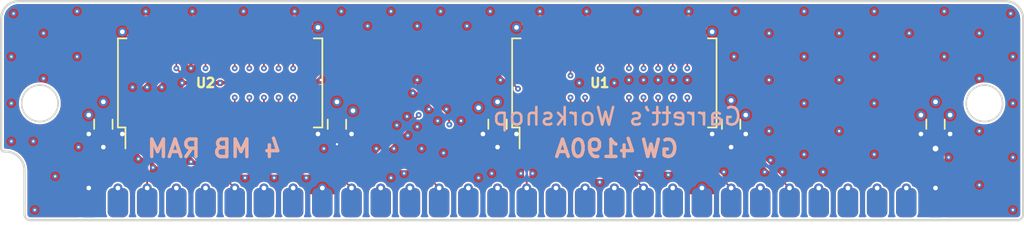
<source format=kicad_pcb>
(kicad_pcb (version 20171130) (host pcbnew "(5.1.5-0-10_14)")
  (layers (0 F.Cu signal) (1 In1.Cu power) (2 In2.Cu signal) (31 B.Cu power) (34 B.Paste user) (35 F.Paste user) (36 B.SilkS user) (37 F.SilkS user) (38 B.Mask user) (39 F.Mask user) (44 Edge.Cuts user))
  (net 0 "")
  (net 1 +5V)
  (net 2 /D0)
  (net 3 /D1)
  (net 4 /~WE~)
  (net 5 /~RAS~)
  (net 6 /~CAS~)
  (net 7 /D2)
  (net 8 /D3)
  (net 9 GND)
  (net 10 /D4)
  (net 11 /D5)
  (net 12 /D6)
  (net 13 /A11)
  (net 14 /D7)
  (net 15 /QP)
  (net 16 /~CASP~)
  (net 17 /DP)
  (net 18 /1A0)
  (net 19 /1A1)
  (net 20 /1A2)
  (net 21 /1A3)
  (net 22 /1A4)
  (net 23 /1A5)
  (net 24 /1A6)
  (net 25 /1A7)
  (net 26 /1A8)
  (net 27 /1A10)
  (net 28 /1A9)
  (module stdpads:SIMM-30_Edge (layer F.Cu) (at 120.65 99.822)
    (fp_text reference J1)
    (fp_text value DRAM-SIMM-30)
    (pad 1 smd roundrect (at -36.83 0.254) (size 1.778 2.54) (layers B.Cu B.Mask) (net 1 +5V))
    (pad 1 smd roundrect (at -36.83 0.254) (size 1.778 2.54) (layers F.Cu F.Mask) (net 1 +5V))
    (pad 2 smd roundrect (at -34.29 0.254) (size 1.778 2.54) (layers B.Cu B.Mask) (net 6 /~CAS~))
    (pad 3 smd roundrect (at -31.75 0.254) (size 1.778 2.54) (layers B.Cu B.Mask) (net 2 /D0))
    (pad 4 smd roundrect (at -29.21 0.254) (size 1.778 2.54) (layers B.Cu B.Mask) (net 22 /1A4))
    (pad 5 smd roundrect (at -26.67 0.254) (size 1.778 2.54) (layers B.Cu B.Mask) (net 21 /1A3))
    (pad 6 smd roundrect (at -24.13 0.254) (size 1.778 2.54) (layers B.Cu B.Mask) (net 3 /D1))
    (pad 7 smd roundrect (at -21.59 0.254) (size 1.778 2.54) (layers B.Cu B.Mask) (net 23 /1A5))
    (pad 8 smd roundrect (at -19.05 0.254) (size 1.778 2.54) (layers B.Cu B.Mask) (net 20 /1A2))
    (pad 9 smd roundrect (at -16.51 0.254) (size 1.778 2.54) (layers B.Cu B.Mask) (net 9 GND))
    (pad 10 smd roundrect (at -13.97 0.254) (size 1.778 2.54) (layers B.Cu B.Mask) (net 7 /D2))
    (pad 11 smd roundrect (at -11.43 0.254) (size 1.778 2.54) (layers B.Cu B.Mask) (net 24 /1A6))
    (pad 12 smd roundrect (at -8.89 0.254) (size 1.778 2.54) (layers B.Cu B.Mask) (net 19 /1A1))
    (pad 13 smd roundrect (at -6.35 0.254) (size 1.778 2.54) (layers B.Cu B.Mask) (net 8 /D3))
    (pad 14 smd roundrect (at -3.81 0.254) (size 1.778 2.54) (layers B.Cu B.Mask) (net 25 /1A7))
    (pad 15 smd roundrect (at -1.27 0.254) (size 1.778 2.54) (layers B.Cu B.Mask) (net 18 /1A0))
    (pad 16 smd roundrect (at 1.27 0.254) (size 1.778 2.54) (layers B.Cu B.Mask) (net 10 /D4))
    (pad 17 smd roundrect (at 3.81 0.254) (size 1.778 2.54) (layers B.Cu B.Mask) (net 26 /1A8))
    (pad 18 smd roundrect (at 6.35 0.254) (size 1.778 2.54) (layers B.Cu B.Mask) (net 27 /1A10))
    (pad 19 smd roundrect (at 8.89 0.254) (size 1.778 2.54) (layers B.Cu B.Mask) (net 28 /1A9))
    (pad 20 smd roundrect (at 11.43 0.254) (size 1.778 2.54) (layers B.Cu B.Mask) (net 11 /D5))
    (pad 21 smd roundrect (at 13.97 0.254) (size 1.778 2.54) (layers B.Cu B.Mask) (net 4 /~WE~))
    (pad 22 smd roundrect (at 16.51 0.254) (size 1.778 2.54) (layers B.Cu B.Mask) (net 9 GND))
    (pad 23 smd roundrect (at 19.05 0.254) (size 1.778 2.54) (layers B.Cu B.Mask) (net 12 /D6))
    (pad 24 smd roundrect (at 21.59 0.254) (size 1.778 2.54) (layers B.Cu B.Mask) (net 13 /A11))
    (pad 25 smd roundrect (at 24.13 0.254) (size 1.778 2.54) (layers B.Cu B.Mask) (net 14 /D7))
    (pad 26 smd roundrect (at 26.67 0.254) (size 1.778 2.54) (layers B.Cu B.Mask) (net 15 /QP))
    (pad 27 smd roundrect (at 29.21 0.254) (size 1.778 2.54) (layers B.Cu B.Mask) (net 5 /~RAS~))
    (pad 28 smd roundrect (at 31.75 0.254) (size 1.778 2.54) (layers B.Cu B.Mask) (net 16 /~CASP~))
    (pad 29 smd roundrect (at 34.29 0.254) (size 1.778 2.54) (layers B.Cu B.Mask) (net 17 /DP))
    (pad 30 smd roundrect (at 36.83 0.254) (size 1.778 2.54) (layers B.Cu B.Mask) (net 1 +5V))
    (pad 2 smd roundrect (at -34.29 0.254) (size 1.778 2.54) (layers F.Cu F.Mask) (net 6 /~CAS~))
    (pad 3 thru_hole circle (at -31.75 -1.016) (size 0.8 0.8) (drill 0.4) (layers *.Cu *.Mask) (net 2 /D0))
    (pad 11 smd roundrect (at -11.43 0.254) (size 1.778 2.54) (layers F.Cu F.Mask) (net 24 /1A6))
    (pad 5 smd roundrect (at -26.67 0.254) (size 1.778 2.54) (layers F.Cu F.Mask) (net 21 /1A3))
    (pad 12 smd roundrect (at -8.89 0.254) (size 1.778 2.54) (layers F.Cu F.Mask) (net 19 /1A1))
    (pad 26 smd roundrect (at 26.67 0.254) (size 1.778 2.54) (layers F.Cu F.Mask) (net 15 /QP))
    (pad 13 smd roundrect (at -6.35 0.254) (size 1.778 2.54) (layers F.Cu F.Mask) (net 8 /D3))
    (pad 14 smd roundrect (at -3.81 0.254) (size 1.778 2.54) (layers F.Cu F.Mask) (net 25 /1A7))
    (pad 4 smd roundrect (at -29.21 0.254) (size 1.778 2.54) (layers F.Cu F.Mask) (net 22 /1A4))
    (pad 29 smd roundrect (at 34.29 0.254) (size 1.778 2.54) (layers F.Cu F.Mask) (net 17 /DP))
    (pad 3 smd roundrect (at -31.75 0.254) (size 1.778 2.54) (layers F.Cu F.Mask) (net 2 /D0))
    (pad 24 smd roundrect (at 21.59 0.254) (size 1.778 2.54) (layers F.Cu F.Mask) (net 13 /A11))
    (pad 16 smd roundrect (at 1.27 0.254) (size 1.778 2.54) (layers F.Cu F.Mask) (net 10 /D4))
    (pad 20 smd roundrect (at 11.43 0.254) (size 1.778 2.54) (layers F.Cu F.Mask) (net 11 /D5))
    (pad 23 smd roundrect (at 19.05 0.254) (size 1.778 2.54) (layers F.Cu F.Mask) (net 12 /D6))
    (pad 9 smd roundrect (at -16.51 0.254) (size 1.778 2.54) (layers F.Cu F.Mask) (net 9 GND))
    (pad 18 smd roundrect (at 6.35 0.254) (size 1.778 2.54) (layers F.Cu F.Mask) (net 27 /1A10))
    (pad 21 smd roundrect (at 13.97 0.254) (size 1.778 2.54) (layers F.Cu F.Mask) (net 4 /~WE~))
    (pad 19 smd roundrect (at 8.89 0.254) (size 1.778 2.54) (layers F.Cu F.Mask) (net 28 /1A9))
    (pad 10 smd roundrect (at -13.97 0.254) (size 1.778 2.54) (layers F.Cu F.Mask) (net 7 /D2))
    (pad 22 smd roundrect (at 16.51 0.254) (size 1.778 2.54) (layers F.Cu F.Mask) (net 9 GND))
    (pad 6 smd roundrect (at -24.13 0.254) (size 1.778 2.54) (layers F.Cu F.Mask) (net 3 /D1))
    (pad 17 smd roundrect (at 3.81 0.254) (size 1.778 2.54) (layers F.Cu F.Mask) (net 26 /1A8))
    (pad 7 smd roundrect (at -21.59 0.254) (size 1.778 2.54) (layers F.Cu F.Mask) (net 23 /1A5))
    (pad 8 smd roundrect (at -19.05 0.254) (size 1.778 2.54) (layers F.Cu F.Mask) (net 20 /1A2))
    (pad 27 smd roundrect (at 29.21 0.254) (size 1.778 2.54) (layers F.Cu F.Mask) (net 5 /~RAS~))
    (pad 28 smd roundrect (at 31.75 0.254) (size 1.778 2.54) (layers F.Cu F.Mask) (net 16 /~CASP~))
    (pad 30 smd roundrect (at 36.83 0.254) (size 1.778 2.54) (layers F.Cu F.Mask) (net 1 +5V))
    (pad 15 smd roundrect (at -1.27 0.254) (size 1.778 2.54) (layers F.Cu F.Mask) (net 18 /1A0))
    (pad 25 smd roundrect (at 24.13 0.254) (size 1.778 2.54) (layers F.Cu F.Mask) (net 14 /D7))
    (pad 2 thru_hole circle (at -34.29 -1.016) (size 0.8 0.8) (drill 0.4) (layers *.Cu *.Mask) (net 6 /~CAS~))
    (pad 1 thru_hole circle (at -36.83 -1.016) (size 0.8 0.8) (drill 0.4) (layers *.Cu *.Mask) (net 1 +5V))
    (pad 5 thru_hole circle (at -26.67 -1.016) (size 0.8 0.8) (drill 0.4) (layers *.Cu *.Mask) (net 21 /1A3))
    (pad 4 thru_hole circle (at -29.21 -1.016) (size 0.8 0.8) (drill 0.4) (layers *.Cu *.Mask) (net 22 /1A4))
    (pad 6 thru_hole circle (at -24.13 -1.016) (size 0.8 0.8) (drill 0.4) (layers *.Cu *.Mask) (net 3 /D1))
    (pad 7 thru_hole circle (at -21.59 -1.016) (size 0.8 0.8) (drill 0.4) (layers *.Cu *.Mask) (net 23 /1A5))
    (pad 9 thru_hole circle (at -16.51 -1.016) (size 0.8 0.8) (drill 0.4) (layers *.Cu *.Mask) (net 9 GND))
    (pad 8 thru_hole circle (at -19.05 -1.016) (size 0.8 0.8) (drill 0.4) (layers *.Cu *.Mask) (net 20 /1A2))
    (pad 11 thru_hole circle (at -11.43 -1.016) (size 0.8 0.8) (drill 0.4) (layers *.Cu *.Mask) (net 24 /1A6))
    (pad 10 thru_hole circle (at -13.97 -1.016) (size 0.8 0.8) (drill 0.4) (layers *.Cu *.Mask) (net 7 /D2))
    (pad 12 thru_hole circle (at -8.89 -1.016) (size 0.8 0.8) (drill 0.4) (layers *.Cu *.Mask) (net 19 /1A1))
    (pad 14 thru_hole circle (at -3.81 -1.016) (size 0.8 0.8) (drill 0.4) (layers *.Cu *.Mask) (net 25 /1A7))
    (pad 13 thru_hole circle (at -6.35 -1.016) (size 0.8 0.8) (drill 0.4) (layers *.Cu *.Mask) (net 8 /D3))
    (pad 15 thru_hole circle (at -1.27 -1.016) (size 0.8 0.8) (drill 0.4) (layers *.Cu *.Mask) (net 18 /1A0))
    (pad 17 thru_hole circle (at 3.81 -1.016) (size 0.8 0.8) (drill 0.4) (layers *.Cu *.Mask) (net 26 /1A8))
    (pad 16 thru_hole circle (at 1.27 -1.016) (size 0.8 0.8) (drill 0.4) (layers *.Cu *.Mask) (net 10 /D4))
    (pad 18 thru_hole circle (at 6.35 -1.016) (size 0.8 0.8) (drill 0.4) (layers *.Cu *.Mask) (net 27 /1A10))
    (pad 27 thru_hole circle (at 29.21 -1.016) (size 0.8 0.8) (drill 0.4) (layers *.Cu *.Mask) (net 5 /~RAS~))
    (pad 26 thru_hole circle (at 26.67 -1.016) (size 0.8 0.8) (drill 0.4) (layers *.Cu *.Mask) (net 15 /QP))
    (pad 28 thru_hole circle (at 31.75 -1.016) (size 0.8 0.8) (drill 0.4) (layers *.Cu *.Mask) (net 16 /~CASP~))
    (pad 21 thru_hole circle (at 13.97 -1.016) (size 0.8 0.8) (drill 0.4) (layers *.Cu *.Mask) (net 4 /~WE~))
    (pad 20 thru_hole circle (at 11.43 -1.016) (size 0.8 0.8) (drill 0.4) (layers *.Cu *.Mask) (net 11 /D5))
    (pad 22 thru_hole circle (at 16.51 -1.016) (size 0.8 0.8) (drill 0.4) (layers *.Cu *.Mask) (net 9 GND))
    (pad 24 thru_hole circle (at 21.59 -1.016) (size 0.8 0.8) (drill 0.4) (layers *.Cu *.Mask) (net 13 /A11))
    (pad 23 thru_hole circle (at 19.05 -1.016) (size 0.8 0.8) (drill 0.4) (layers *.Cu *.Mask) (net 12 /D6))
    (pad 25 thru_hole circle (at 24.13 -1.016) (size 0.8 0.8) (drill 0.4) (layers *.Cu *.Mask) (net 14 /D7))
    (pad 19 thru_hole circle (at 8.89 -1.016) (size 0.8 0.8) (drill 0.4) (layers *.Cu *.Mask) (net 28 /1A9))
    (pad 29 thru_hole circle (at 34.29 -1.016) (size 0.8 0.8) (drill 0.4) (layers *.Cu *.Mask) (net 17 /DP))
    (pad 30 thru_hole circle (at 36.83 -1.016) (size 0.8 0.8) (drill 0.4) (layers *.Cu *.Mask) (net 1 +5V))
  )
  (module stdpads:SOP-24-26-300mil (layer F.Cu) (at 129.54 89.662 90)
    (fp_text reference U1)
    (fp_text value AS4C4M4)
    (fp_text user %R (at 0 -1.27) (layer F.SilkS) (effects (font (size 0.8128 0.8128) (thickness 0.2032))))
    (fp_line (start -3.875 -8.89) (end -3.875 -8.24) (layer F.SilkS) (width 0.1524))
    (fp_line (start 3.875 -8.89) (end 3.875 -8.145) (layer F.SilkS) (width 0.1524))
    (fp_line (start 3.875 8.89) (end 3.875 8.145) (layer F.SilkS) (width 0.1524))
    (fp_line (start -3.875 8.89) (end -3.875 8.145) (layer F.SilkS) (width 0.1524))
    (fp_line (start -3.875 -8.89) (end 3.875 -8.89) (layer F.SilkS) (width 0.1524))
    (fp_line (start -3.875 8.89) (end 3.875 8.89) (layer F.SilkS) (width 0.1524))
    (fp_line (start -3.875 -8.24) (end -5.7 -8.24) (layer F.SilkS) (width 0.1524))
    (pad 8 smd roundrect (at -3.7 1.27 90) (size 4 0.6) (layers F.Cu F.Mask) (net 27 /1A10))
    (pad 19 smd roundrect (at 3.7 1.27 90) (size 4 0.6) (layers F.Cu F.Mask) (net 26 /1A8))
    (pad 6 smd roundrect (at -3.7 -1.27 90) (size 4 0.6) (layers F.Cu F.Mask))
    (pad 21 smd roundrect (at 3.7 -1.27 90) (size 4 0.6) (layers F.Cu F.Mask) (net 28 /1A9))
    (pad 1 smd roundrect (at -3.7 -7.62 90) (size 4 0.6) (layers F.Cu F.Mask) (net 1 +5V))
    (pad 2 smd roundrect (at -3.7 -6.35 90) (size 4 0.6) (layers F.Cu F.Mask) (net 11 /D5))
    (pad 3 smd roundrect (at -3.7 -5.08 90) (size 4 0.6) (layers F.Cu F.Mask) (net 14 /D7))
    (pad 4 smd roundrect (at -3.7 -3.81 90) (size 4 0.6) (layers F.Cu F.Mask) (net 4 /~WE~))
    (pad 5 smd roundrect (at -3.7 -2.54 90) (size 4 0.6) (layers F.Cu F.Mask) (net 5 /~RAS~))
    (pad 9 smd roundrect (at -3.7 2.54 90) (size 4 0.6) (layers F.Cu F.Mask) (net 18 /1A0))
    (pad 10 smd roundrect (at -3.7 3.81 90) (size 4 0.6) (layers F.Cu F.Mask) (net 19 /1A1))
    (pad 11 smd roundrect (at -3.7 5.08 90) (size 4 0.6) (layers F.Cu F.Mask) (net 20 /1A2))
    (pad 12 smd roundrect (at -3.7 6.35 90) (size 4 0.6) (layers F.Cu F.Mask) (net 21 /1A3))
    (pad 13 smd roundrect (at -3.7 7.62 90) (size 4 0.6) (layers F.Cu F.Mask) (net 1 +5V))
    (pad 15 smd roundrect (at 3.7 6.35 90) (size 4 0.6) (layers F.Cu F.Mask) (net 22 /1A4))
    (pad 16 smd roundrect (at 3.7 5.08 90) (size 4 0.6) (layers F.Cu F.Mask) (net 23 /1A5))
    (pad 17 smd roundrect (at 3.7 3.81 90) (size 4 0.6) (layers F.Cu F.Mask) (net 24 /1A6))
    (pad 18 smd roundrect (at 3.7 2.54 90) (size 4 0.6) (layers F.Cu F.Mask) (net 25 /1A7))
    (pad 22 smd roundrect (at 3.7 -2.54 90) (size 4 0.6) (layers F.Cu F.Mask) (net 9 GND))
    (pad 23 smd roundrect (at 3.7 -3.81 90) (size 4 0.6) (layers F.Cu F.Mask) (net 6 /~CAS~))
    (pad 24 smd roundrect (at 3.7 -5.08 90) (size 4 0.6) (layers F.Cu F.Mask) (net 12 /D6))
    (pad 25 smd roundrect (at 3.7 -6.35 90) (size 4 0.6) (layers F.Cu F.Mask) (net 10 /D4))
    (pad 26 smd roundrect (at 3.7 -7.62 90) (size 4 0.6) (layers F.Cu F.Mask) (net 9 GND))
    (pad 14 smd roundrect (at 3.7 7.62 90) (size 4 0.6) (layers F.Cu F.Mask) (net 9 GND))
    (pad 1 smd roundrect (at -4.45 -7.62 90) (size 2.5 0.6) (layers F.Cu F.Paste F.Mask) (net 1 +5V))
    (pad 2 smd roundrect (at -4.45 -6.35 90) (size 2.5 0.6) (layers F.Cu F.Paste F.Mask) (net 11 /D5))
    (pad 3 smd roundrect (at -4.45 -5.08 90) (size 2.5 0.6) (layers F.Cu F.Paste F.Mask) (net 14 /D7))
    (pad 4 smd roundrect (at -4.45 -3.81 90) (size 2.5 0.6) (layers F.Cu F.Paste F.Mask) (net 4 /~WE~))
    (pad 5 smd roundrect (at -4.45 -2.54 90) (size 2.5 0.6) (layers F.Cu F.Paste F.Mask) (net 5 /~RAS~))
    (pad 6 smd roundrect (at -4.45 -1.27 90) (size 2.5 0.6) (layers F.Cu F.Paste F.Mask))
    (pad 8 smd roundrect (at -4.45 1.27 90) (size 2.5 0.6) (layers F.Cu F.Paste F.Mask) (net 27 /1A10))
    (pad 9 smd roundrect (at -4.45 2.54 90) (size 2.5 0.6) (layers F.Cu F.Paste F.Mask) (net 18 /1A0))
    (pad 10 smd roundrect (at -4.45 3.81 90) (size 2.5 0.6) (layers F.Cu F.Paste F.Mask) (net 19 /1A1))
    (pad 11 smd roundrect (at -4.45 5.08 90) (size 2.5 0.6) (layers F.Cu F.Paste F.Mask) (net 20 /1A2))
    (pad 12 smd roundrect (at -4.45 6.35 90) (size 2.5 0.6) (layers F.Cu F.Paste F.Mask) (net 21 /1A3))
    (pad 13 smd roundrect (at -4.45 7.62 90) (size 2.5 0.6) (layers F.Cu F.Paste F.Mask) (net 1 +5V))
    (pad 14 smd roundrect (at 4.45 7.62 90) (size 2.5 0.6) (layers F.Cu F.Paste F.Mask) (net 9 GND))
    (pad 15 smd roundrect (at 4.45 6.35 90) (size 2.5 0.6) (layers F.Cu F.Paste F.Mask) (net 22 /1A4))
    (pad 16 smd roundrect (at 4.45 5.08 90) (size 2.5 0.6) (layers F.Cu F.Paste F.Mask) (net 23 /1A5))
    (pad 17 smd roundrect (at 4.45 3.81 90) (size 2.5 0.6) (layers F.Cu F.Paste F.Mask) (net 24 /1A6))
    (pad 18 smd roundrect (at 4.45 2.54 90) (size 2.5 0.6) (layers F.Cu F.Paste F.Mask) (net 25 /1A7))
    (pad 19 smd roundrect (at 4.45 1.27 90) (size 2.5 0.6) (layers F.Cu F.Paste F.Mask) (net 26 /1A8))
    (pad 21 smd roundrect (at 4.45 -1.27 90) (size 2.5 0.6) (layers F.Cu F.Paste F.Mask) (net 28 /1A9))
    (pad 22 smd roundrect (at 4.45 -2.54 90) (size 2.5 0.6) (layers F.Cu F.Paste F.Mask) (net 9 GND))
    (pad 23 smd roundrect (at 4.45 -3.81 90) (size 2.5 0.6) (layers F.Cu F.Paste F.Mask) (net 6 /~CAS~))
    (pad 24 smd roundrect (at 4.45 -5.08 90) (size 2.5 0.6) (layers F.Cu F.Paste F.Mask) (net 12 /D6))
    (pad 25 smd roundrect (at 4.45 -6.35 90) (size 2.5 0.6) (layers F.Cu F.Paste F.Mask) (net 10 /D4))
    (pad 26 smd roundrect (at 4.45 -7.62 90) (size 2.5 0.6) (layers F.Cu F.Paste F.Mask) (net 9 GND))
  )
  (module stdpads:SOP-24-26-300mil (layer F.Cu) (at 95.25 89.662 90)
    (fp_text reference U2)
    (fp_text value AS4C4M4)
    (fp_text user %R (at 0 -1.27) (layer F.SilkS) (effects (font (size 0.8128 0.8128) (thickness 0.2032))))
    (fp_line (start -3.875 -8.89) (end -3.875 -8.24) (layer F.SilkS) (width 0.1524))
    (fp_line (start 3.875 -8.89) (end 3.875 -8.145) (layer F.SilkS) (width 0.1524))
    (fp_line (start 3.875 8.89) (end 3.875 8.145) (layer F.SilkS) (width 0.1524))
    (fp_line (start -3.875 8.89) (end -3.875 8.145) (layer F.SilkS) (width 0.1524))
    (fp_line (start -3.875 -8.89) (end 3.875 -8.89) (layer F.SilkS) (width 0.1524))
    (fp_line (start -3.875 8.89) (end 3.875 8.89) (layer F.SilkS) (width 0.1524))
    (fp_line (start -3.875 -8.24) (end -5.7 -8.24) (layer F.SilkS) (width 0.1524))
    (pad 8 smd roundrect (at -3.7 1.27 90) (size 4 0.6) (layers F.Cu F.Mask) (net 21 /1A3))
    (pad 19 smd roundrect (at 3.7 1.27 90) (size 4 0.6) (layers F.Cu F.Mask) (net 23 /1A5))
    (pad 6 smd roundrect (at -3.7 -1.27 90) (size 4 0.6) (layers F.Cu F.Mask))
    (pad 21 smd roundrect (at 3.7 -1.27 90) (size 4 0.6) (layers F.Cu F.Mask) (net 22 /1A4))
    (pad 1 smd roundrect (at -3.7 -7.62 90) (size 4 0.6) (layers F.Cu F.Mask) (net 1 +5V))
    (pad 2 smd roundrect (at -3.7 -6.35 90) (size 4 0.6) (layers F.Cu F.Mask) (net 3 /D1))
    (pad 3 smd roundrect (at -3.7 -5.08 90) (size 4 0.6) (layers F.Cu F.Mask) (net 8 /D3))
    (pad 4 smd roundrect (at -3.7 -3.81 90) (size 4 0.6) (layers F.Cu F.Mask) (net 4 /~WE~))
    (pad 5 smd roundrect (at -3.7 -2.54 90) (size 4 0.6) (layers F.Cu F.Mask) (net 5 /~RAS~))
    (pad 9 smd roundrect (at -3.7 2.54 90) (size 4 0.6) (layers F.Cu F.Mask) (net 20 /1A2))
    (pad 10 smd roundrect (at -3.7 3.81 90) (size 4 0.6) (layers F.Cu F.Mask) (net 19 /1A1))
    (pad 11 smd roundrect (at -3.7 5.08 90) (size 4 0.6) (layers F.Cu F.Mask) (net 18 /1A0))
    (pad 12 smd roundrect (at -3.7 6.35 90) (size 4 0.6) (layers F.Cu F.Mask) (net 27 /1A10))
    (pad 13 smd roundrect (at -3.7 7.62 90) (size 4 0.6) (layers F.Cu F.Mask) (net 1 +5V))
    (pad 15 smd roundrect (at 3.7 6.35 90) (size 4 0.6) (layers F.Cu F.Mask) (net 28 /1A9))
    (pad 16 smd roundrect (at 3.7 5.08 90) (size 4 0.6) (layers F.Cu F.Mask) (net 26 /1A8))
    (pad 17 smd roundrect (at 3.7 3.81 90) (size 4 0.6) (layers F.Cu F.Mask) (net 25 /1A7))
    (pad 18 smd roundrect (at 3.7 2.54 90) (size 4 0.6) (layers F.Cu F.Mask) (net 24 /1A6))
    (pad 22 smd roundrect (at 3.7 -2.54 90) (size 4 0.6) (layers F.Cu F.Mask) (net 9 GND))
    (pad 23 smd roundrect (at 3.7 -3.81 90) (size 4 0.6) (layers F.Cu F.Mask) (net 6 /~CAS~))
    (pad 24 smd roundrect (at 3.7 -5.08 90) (size 4 0.6) (layers F.Cu F.Mask) (net 7 /D2))
    (pad 25 smd roundrect (at 3.7 -6.35 90) (size 4 0.6) (layers F.Cu F.Mask) (net 2 /D0))
    (pad 26 smd roundrect (at 3.7 -7.62 90) (size 4 0.6) (layers F.Cu F.Mask) (net 9 GND))
    (pad 14 smd roundrect (at 3.7 7.62 90) (size 4 0.6) (layers F.Cu F.Mask) (net 9 GND))
    (pad 1 smd roundrect (at -4.45 -7.62 90) (size 2.5 0.6) (layers F.Cu F.Paste F.Mask) (net 1 +5V))
    (pad 2 smd roundrect (at -4.45 -6.35 90) (size 2.5 0.6) (layers F.Cu F.Paste F.Mask) (net 3 /D1))
    (pad 3 smd roundrect (at -4.45 -5.08 90) (size 2.5 0.6) (layers F.Cu F.Paste F.Mask) (net 8 /D3))
    (pad 4 smd roundrect (at -4.45 -3.81 90) (size 2.5 0.6) (layers F.Cu F.Paste F.Mask) (net 4 /~WE~))
    (pad 5 smd roundrect (at -4.45 -2.54 90) (size 2.5 0.6) (layers F.Cu F.Paste F.Mask) (net 5 /~RAS~))
    (pad 6 smd roundrect (at -4.45 -1.27 90) (size 2.5 0.6) (layers F.Cu F.Paste F.Mask))
    (pad 8 smd roundrect (at -4.45 1.27 90) (size 2.5 0.6) (layers F.Cu F.Paste F.Mask) (net 21 /1A3))
    (pad 9 smd roundrect (at -4.45 2.54 90) (size 2.5 0.6) (layers F.Cu F.Paste F.Mask) (net 20 /1A2))
    (pad 10 smd roundrect (at -4.45 3.81 90) (size 2.5 0.6) (layers F.Cu F.Paste F.Mask) (net 19 /1A1))
    (pad 11 smd roundrect (at -4.45 5.08 90) (size 2.5 0.6) (layers F.Cu F.Paste F.Mask) (net 18 /1A0))
    (pad 12 smd roundrect (at -4.45 6.35 90) (size 2.5 0.6) (layers F.Cu F.Paste F.Mask) (net 27 /1A10))
    (pad 13 smd roundrect (at -4.45 7.62 90) (size 2.5 0.6) (layers F.Cu F.Paste F.Mask) (net 1 +5V))
    (pad 14 smd roundrect (at 4.45 7.62 90) (size 2.5 0.6) (layers F.Cu F.Paste F.Mask) (net 9 GND))
    (pad 15 smd roundrect (at 4.45 6.35 90) (size 2.5 0.6) (layers F.Cu F.Paste F.Mask) (net 28 /1A9))
    (pad 16 smd roundrect (at 4.45 5.08 90) (size 2.5 0.6) (layers F.Cu F.Paste F.Mask) (net 26 /1A8))
    (pad 17 smd roundrect (at 4.45 3.81 90) (size 2.5 0.6) (layers F.Cu F.Paste F.Mask) (net 25 /1A7))
    (pad 18 smd roundrect (at 4.45 2.54 90) (size 2.5 0.6) (layers F.Cu F.Paste F.Mask) (net 24 /1A6))
    (pad 19 smd roundrect (at 4.45 1.27 90) (size 2.5 0.6) (layers F.Cu F.Paste F.Mask) (net 23 /1A5))
    (pad 21 smd roundrect (at 4.45 -1.27 90) (size 2.5 0.6) (layers F.Cu F.Paste F.Mask) (net 22 /1A4))
    (pad 22 smd roundrect (at 4.45 -2.54 90) (size 2.5 0.6) (layers F.Cu F.Paste F.Mask) (net 9 GND))
    (pad 23 smd roundrect (at 4.45 -3.81 90) (size 2.5 0.6) (layers F.Cu F.Paste F.Mask) (net 6 /~CAS~))
    (pad 24 smd roundrect (at 4.45 -5.08 90) (size 2.5 0.6) (layers F.Cu F.Paste F.Mask) (net 7 /D2))
    (pad 25 smd roundrect (at 4.45 -6.35 90) (size 2.5 0.6) (layers F.Cu F.Paste F.Mask) (net 2 /D0))
    (pad 26 smd roundrect (at 4.45 -7.62 90) (size 2.5 0.6) (layers F.Cu F.Paste F.Mask) (net 9 GND))
  )
  (module stdpads:C_0805 (layer F.Cu) (at 85.09 93.257 90)
    (fp_text reference C1 hide)
    (fp_text value 100n hide)
    (fp_line (start -0.4064 -0.8) (end 0.4064 -0.8) (layer F.SilkS) (width 0.1524))
    (fp_line (start -0.4064 0.8) (end 0.4064 0.8) (layer F.SilkS) (width 0.1524))
    (pad 1 smd roundrect (at -0.85 0 90) (size 1.05 1.4) (layers F.Cu F.Paste F.Mask) (net 1 +5V))
    (pad 2 smd roundrect (at 0.85 0 90) (size 1.05 1.4) (layers F.Cu F.Paste F.Mask) (net 9 GND))
  )
  (module stdpads:C_0805 (layer F.Cu) (at 105.41 93.257 90)
    (fp_text reference C2 hide)
    (fp_text value 100n hide)
    (fp_line (start -0.4064 0.8) (end 0.4064 0.8) (layer F.SilkS) (width 0.1524))
    (fp_line (start -0.4064 -0.8) (end 0.4064 -0.8) (layer F.SilkS) (width 0.1524))
    (pad 2 smd roundrect (at 0.85 0 90) (size 1.05 1.4) (layers F.Cu F.Paste F.Mask) (net 9 GND))
    (pad 1 smd roundrect (at -0.85 0 90) (size 1.05 1.4) (layers F.Cu F.Paste F.Mask) (net 1 +5V))
  )
  (module stdpads:C_0805 (layer F.Cu) (at 119.38 93.257 90)
    (fp_text reference C3 hide)
    (fp_text value 100n hide)
    (fp_line (start -0.4064 -0.8) (end 0.4064 -0.8) (layer F.SilkS) (width 0.1524))
    (fp_line (start -0.4064 0.8) (end 0.4064 0.8) (layer F.SilkS) (width 0.1524))
    (pad 1 smd roundrect (at -0.85 0 90) (size 1.05 1.4) (layers F.Cu F.Paste F.Mask) (net 1 +5V))
    (pad 2 smd roundrect (at 0.85 0 90) (size 1.05 1.4) (layers F.Cu F.Paste F.Mask) (net 9 GND))
  )
  (module stdpads:C_0805 (layer F.Cu) (at 157.48 93.257 90)
    (fp_text reference C5 hide)
    (fp_text value 100n hide)
    (fp_line (start -0.4064 -0.8) (end 0.4064 -0.8) (layer F.SilkS) (width 0.1524))
    (fp_line (start -0.4064 0.8) (end 0.4064 0.8) (layer F.SilkS) (width 0.1524))
    (pad 1 smd roundrect (at -0.85 0 90) (size 1.05 1.4) (layers F.Cu F.Paste F.Mask) (net 1 +5V))
    (pad 2 smd roundrect (at 0.85 0 90) (size 1.05 1.4) (layers F.Cu F.Paste F.Mask) (net 9 GND))
  )
  (module stdpads:C_0805 (layer F.Cu) (at 139.7 93.257 90)
    (fp_text reference C4 hide)
    (fp_text value 100n hide)
    (fp_line (start -0.4064 -0.8) (end 0.4064 -0.8) (layer F.SilkS) (width 0.1524))
    (fp_line (start -0.4064 0.8) (end 0.4064 0.8) (layer F.SilkS) (width 0.1524))
    (pad 1 smd roundrect (at -0.85 0 90) (size 1.05 1.4) (layers F.Cu F.Paste F.Mask) (net 1 +5V))
    (pad 2 smd roundrect (at 0.85 0 90) (size 1.05 1.4) (layers F.Cu F.Paste F.Mask) (net 9 GND))
  )
  (gr_arc (start 76.454 95.377) (end 76.2 95.377) (angle -90) (layer Edge.Cuts) (width 0.2))
  (gr_arc (start 78.74 101.092) (end 78.232 101.092) (angle -90) (layer Edge.Cuts) (width 0.2))
  (gr_arc (start 77.724 84.074) (end 77.724 82.55) (angle -90) (layer Edge.Cuts) (width 0.2))
  (gr_arc (start 163.576 84.074) (end 165.1 84.074) (angle -90) (layer Edge.Cuts) (width 0.2))
  (gr_arc (start 164.592 101.092) (end 164.592 101.6) (angle -90) (layer Edge.Cuts) (width 0.2))
  (gr_text 4190A (at 127.889 95.377) (layer B.SilkS) (effects (font (size 1.5 1.5) (thickness 0.3)) (justify mirror)))
  (gr_text GW (at 133.477 95.377) (layer B.SilkS) (effects (font (size 1.5 1.5) (thickness 0.3)) (justify mirror)))
  (gr_text "Garrett’s Workshop" (at 129.794 92.583) (layer B.SilkS) (effects (font (size 1.524 1.524) (thickness 0.225)) (justify mirror)))
  (gr_text "4 MB RAM" (at 94.742 95.377) (layer B.SilkS) (effects (font (size 1.524 1.524) (thickness 0.3)) (justify mirror)))
  (gr_line (start 76.581 95.631) (end 76.454 95.631) (layer Edge.Cuts) (width 0.2))
  (gr_line (start 78.232 101.092) (end 78.232 97.282) (layer Edge.Cuts) (width 0.2))
  (gr_circle (center 79.5655 91.44) (end 77.978 91.44) (layer Edge.Cuts) (width 0.15))
  (gr_circle (center 161.7345 91.44) (end 163.322 91.44) (layer Edge.Cuts) (width 0.15))
  (gr_line (start 76.2 95.377) (end 76.2 84.074) (layer Edge.Cuts) (width 0.2))
  (gr_arc (start 76.581 97.282) (end 78.232 97.282) (angle -90) (layer Edge.Cuts) (width 0.2))
  (gr_line (start 165.1 84.074) (end 165.1 101.092) (layer Edge.Cuts) (width 0.2))
  (gr_line (start 77.724 82.55) (end 163.576 82.55) (layer Edge.Cuts) (width 0.2))
  (gr_line (start 164.592 101.6) (end 78.74 101.6) (layer Edge.Cuts) (width 0.2))
  (via (at 86.741 94.107) (size 0.8) (drill 0.4) (layers F.Cu B.Cu) (net 1))
  (segment (start 87.625 94.107) (end 87.63 94.112) (width 0.508) (layer F.Cu) (net 1))
  (segment (start 86.741 94.107) (end 87.625 94.107) (width 0.508) (layer F.Cu) (net 1))
  (via (at 121.031 94.107) (size 0.8) (drill 0.4) (layers F.Cu B.Cu) (net 1))
  (via (at 138.049 94.107) (size 0.8) (drill 0.4) (layers F.Cu B.Cu) (net 1))
  (segment (start 102.875 94.107) (end 102.87 94.112) (width 0.508) (layer F.Cu) (net 1))
  (segment (start 121.915 94.107) (end 121.92 94.112) (width 0.508) (layer F.Cu) (net 1))
  (segment (start 121.031 94.107) (end 121.915 94.107) (width 0.508) (layer F.Cu) (net 1))
  (segment (start 137.165 94.107) (end 137.16 94.112) (width 0.508) (layer F.Cu) (net 1))
  (segment (start 138.049 94.107) (end 137.165 94.107) (width 0.508) (layer F.Cu) (net 1))
  (segment (start 85.09 94.107) (end 86.741 94.107) (width 0.762) (layer F.Cu) (net 1))
  (via (at 83.82 94.107) (size 0.8) (drill 0.4) (layers F.Cu B.Cu) (net 1))
  (segment (start 85.09 94.107) (end 83.82 94.107) (width 0.762) (layer F.Cu) (net 1))
  (via (at 85.09 95.25) (size 0.8) (drill 0.4) (layers F.Cu B.Cu) (net 1))
  (segment (start 85.09 94.107) (end 85.09 95.25) (width 0.762) (layer F.Cu) (net 1))
  (segment (start 103.759 94.107) (end 102.875 94.107) (width 0.508) (layer F.Cu) (net 1))
  (via (at 103.759 94.107) (size 0.8) (drill 0.4) (layers F.Cu B.Cu) (net 1))
  (via (at 106.68 94.107) (size 0.8) (drill 0.4) (layers F.Cu B.Cu) (net 1))
  (segment (start 105.41 94.107) (end 106.68 94.107) (width 0.762) (layer F.Cu) (net 1))
  (segment (start 105.41 94.107) (end 103.759 94.107) (width 0.762) (layer F.Cu) (net 1))
  (via (at 118.11 94.107) (size 0.8) (drill 0.4) (layers F.Cu B.Cu) (net 1))
  (segment (start 119.38 94.107) (end 118.11 94.107) (width 0.762) (layer F.Cu) (net 1))
  (segment (start 119.38 94.107) (end 121.031 94.107) (width 0.762) (layer F.Cu) (net 1))
  (via (at 119.38 95.25) (size 0.8) (drill 0.4) (layers F.Cu B.Cu) (net 1))
  (segment (start 119.38 94.107) (end 119.38 95.25) (width 0.762) (layer F.Cu) (net 1))
  (via (at 105.41 94.996) (size 0.508) (drill 0.2) (layers F.Cu B.Cu) (net 1))
  (segment (start 105.41 94.107) (end 105.41 94.996) (width 0.508) (layer F.Cu) (net 1))
  (segment (start 139.7 94.107) (end 138.049 94.107) (width 0.762) (layer F.Cu) (net 1))
  (via (at 139.7 95.25) (size 0.8) (drill 0.4) (layers F.Cu B.Cu) (net 1))
  (segment (start 139.7 94.107) (end 139.7 95.25) (width 0.762) (layer F.Cu) (net 1))
  (via (at 140.97 94.107) (size 0.8) (drill 0.4) (layers F.Cu B.Cu) (net 1))
  (segment (start 139.7 94.107) (end 140.97 94.107) (width 0.762) (layer F.Cu) (net 1))
  (segment (start 157.48 98.806) (end 157.48 95.377) (width 1.27) (layer F.Cu) (net 1))
  (segment (start 157.48 95.377) (end 157.48 94.107) (width 0.762) (layer F.Cu) (net 1))
  (via (at 156.21 94.107) (size 0.8) (drill 0.4) (layers F.Cu B.Cu) (net 1))
  (segment (start 157.48 94.107) (end 156.21 94.107) (width 0.8) (layer F.Cu) (net 1))
  (via (at 158.75 94.107) (size 0.8) (drill 0.4) (layers F.Cu B.Cu) (net 1))
  (segment (start 157.48 94.107) (end 158.75 94.107) (width 0.8) (layer F.Cu) (net 1))
  (via (at 157.48 95.377) (size 1) (drill 0.5) (layers F.Cu B.Cu) (net 1))
  (segment (start 88.9 89.281) (end 88.9 85.962) (width 0.1524) (layer F.Cu) (net 2))
  (segment (start 88.265 89.916) (end 88.9 89.281) (width 0.1524) (layer F.Cu) (net 2))
  (segment (start 88.9 98.806) (end 88.9 96.266) (width 0.1524) (layer F.Cu) (net 2))
  (segment (start 88.265 95.631) (end 88.265 89.916) (width 0.1524) (layer F.Cu) (net 2))
  (segment (start 88.9 96.266) (end 88.265 95.631) (width 0.1524) (layer F.Cu) (net 2))
  (segment (start 88.9 95.758) (end 88.9 94.112) (width 0.1524) (layer F.Cu) (net 3))
  (segment (start 95.504 97.79) (end 90.932 97.79) (width 0.1524) (layer F.Cu) (net 3))
  (segment (start 96.52 98.806) (end 95.504 97.79) (width 0.1524) (layer F.Cu) (net 3))
  (segment (start 90.932 97.79) (end 88.9 95.758) (width 0.1524) (layer F.Cu) (net 3))
  (segment (start 125.73 94.112) (end 125.73 90.932) (width 0.1524) (layer F.Cu) (net 4))
  (via (at 125.73 90.932) (size 0.508) (drill 0.2) (layers F.Cu B.Cu) (net 4))
  (via (at 115.189 93.2815) (size 0.508) (drill 0.2) (layers F.Cu B.Cu) (net 4))
  (segment (start 91.44 90.932) (end 91.44 94.112) (width 0.1524) (layer F.Cu) (net 4))
  (segment (start 92.329 90.043) (end 91.44 90.932) (width 0.1524) (layer F.Cu) (net 4))
  (segment (start 95.504 90.17) (end 94.996 90.17) (width 0.1524) (layer F.Cu) (net 4))
  (segment (start 94.869 90.043) (end 92.329 90.043) (width 0.1524) (layer F.Cu) (net 4))
  (segment (start 94.996 90.17) (end 94.869 90.043) (width 0.1524) (layer F.Cu) (net 4))
  (segment (start 112.2045 89.9795) (end 95.6945 89.9795) (width 0.1524) (layer F.Cu) (net 4))
  (segment (start 115.189 92.964) (end 112.2045 89.9795) (width 0.1524) (layer F.Cu) (net 4))
  (segment (start 95.6945 89.9795) (end 95.504 90.17) (width 0.1524) (layer F.Cu) (net 4))
  (segment (start 115.189 93.2815) (end 115.189 92.964) (width 0.1524) (layer F.Cu) (net 4))
  (via (at 127 90.932) (size 0.508) (drill 0.2) (layers F.Cu B.Cu) (net 5))
  (segment (start 127 94.112) (end 127 90.932) (width 0.1524) (layer F.Cu) (net 5))
  (via (at 112.522 92.456) (size 0.508) (drill 0.2) (layers F.Cu B.Cu) (net 5))
  (segment (start 92.71 95.758) (end 92.71 93.362) (width 0.1524) (layer F.Cu) (net 5))
  (segment (start 93.345 96.393) (end 92.71 95.758) (width 0.1524) (layer F.Cu) (net 5))
  (segment (start 108.585 96.393) (end 93.345 96.393) (width 0.1524) (layer F.Cu) (net 5))
  (segment (start 112.522 92.456) (end 108.585 96.393) (width 0.1524) (layer F.Cu) (net 5))
  (via (at 91.44 88.392) (size 0.508) (drill 0.2) (layers F.Cu B.Cu) (net 6))
  (segment (start 91.44 85.212) (end 91.44 88.392) (width 0.1524) (layer F.Cu) (net 6))
  (via (at 121.158 90.17) (size 0.508) (drill 0.2) (layers F.Cu B.Cu) (net 6))
  (segment (start 125.73 89.027) (end 125.73 85.212) (width 0.1524) (layer F.Cu) (net 6))
  (via (at 125.73 89.027) (size 0.508) (drill 0.2) (layers F.Cu B.Cu) (net 6))
  (segment (start 92.329 89.281) (end 91.44 88.392) (width 0.1524) (layer F.Cu) (net 6))
  (segment (start 94.869 89.281) (end 92.329 89.281) (width 0.1524) (layer F.Cu) (net 6))
  (segment (start 94.996 89.154) (end 94.869 89.281) (width 0.1524) (layer F.Cu) (net 6))
  (segment (start 95.504 89.154) (end 94.996 89.154) (width 0.1524) (layer F.Cu) (net 6))
  (segment (start 95.631 89.281) (end 95.504 89.154) (width 0.1524) (layer F.Cu) (net 6))
  (segment (start 103.378 89.281) (end 95.631 89.281) (width 0.1524) (layer F.Cu) (net 6))
  (segment (start 104.013 88.646) (end 103.378 89.281) (width 0.1524) (layer F.Cu) (net 6))
  (segment (start 119.634 88.646) (end 104.013 88.646) (width 0.1524) (layer F.Cu) (net 6))
  (segment (start 121.158 90.17) (end 119.634 88.646) (width 0.1524) (layer F.Cu) (net 6))
  (segment (start 105.283 97.409) (end 106.68 98.806) (width 0.1524) (layer F.Cu) (net 7))
  (segment (start 89.535 89.916) (end 89.535 95.758) (width 0.1524) (layer F.Cu) (net 7))
  (segment (start 91.186 97.409) (end 105.283 97.409) (width 0.1524) (layer F.Cu) (net 7))
  (segment (start 89.535 95.758) (end 91.186 97.409) (width 0.1524) (layer F.Cu) (net 7))
  (segment (start 90.17 89.281) (end 89.535 89.916) (width 0.1524) (layer F.Cu) (net 7))
  (segment (start 90.17 85.212) (end 90.17 89.281) (width 0.1524) (layer F.Cu) (net 7))
  (segment (start 112.522 97.028) (end 114.3 98.806) (width 0.1524) (layer F.Cu) (net 8))
  (segment (start 91.44 97.028) (end 112.522 97.028) (width 0.1524) (layer F.Cu) (net 8))
  (segment (start 90.17 94.112) (end 90.17 95.758) (width 0.1524) (layer F.Cu) (net 8))
  (segment (start 90.17 95.758) (end 91.44 97.028) (width 0.1524) (layer F.Cu) (net 8))
  (via (at 121.031 84.836) (size 0.8) (drill 0.4) (layers F.Cu B.Cu) (net 9))
  (via (at 138.049 85.217) (size 0.8) (drill 0.4) (layers F.Cu B.Cu) (net 9))
  (segment (start 138.044 85.212) (end 138.049 85.217) (width 0.508) (layer F.Cu) (net 9))
  (segment (start 137.16 85.212) (end 138.044 85.212) (width 0.508) (layer F.Cu) (net 9))
  (via (at 103.759 84.836) (size 0.8) (drill 0.4) (layers F.Cu B.Cu) (net 9))
  (via (at 86.741 85.217) (size 0.8) (drill 0.4) (layers F.Cu B.Cu) (net 9))
  (segment (start 86.746 85.212) (end 86.741 85.217) (width 0.508) (layer F.Cu) (net 9))
  (segment (start 87.63 85.212) (end 86.746 85.212) (width 0.508) (layer F.Cu) (net 9))
  (via (at 134.62 89.408) (size 0.508) (drill 0.2) (layers F.Cu B.Cu) (net 9))
  (via (at 133.35 89.408) (size 0.508) (drill 0.2) (layers F.Cu B.Cu) (net 9))
  (via (at 132.08 89.408) (size 0.508) (drill 0.2) (layers F.Cu B.Cu) (net 9))
  (via (at 135.89 89.408) (size 0.508) (drill 0.2) (layers F.Cu B.Cu) (net 9))
  (via (at 130.81 89.408) (size 0.508) (drill 0.2) (layers F.Cu B.Cu) (net 9))
  (via (at 108.839 95.377) (size 0.508) (drill 0.2) (layers F.Cu B.Cu) (net 9))
  (via (at 104.267 95.377) (size 0.508) (drill 0.2) (layers F.Cu B.Cu) (net 9))
  (via (at 129.54 89.662) (size 0.508) (drill 0.2) (layers F.Cu B.Cu) (net 9))
  (via (at 95.25 89.662) (size 0.508) (drill 0.2) (layers F.Cu B.Cu) (net 9))
  (via (at 112.395 89.408) (size 0.508) (drill 0.2) (layers F.Cu B.Cu) (net 9))
  (via (at 119.634 89.408) (size 0.508) (drill 0.2) (layers F.Cu B.Cu) (net 9))
  (segment (start 103.759 84.836) (end 102.997 84.836) (width 0.508) (layer F.Cu) (net 9))
  (segment (start 102.87 84.963) (end 102.87 85.962) (width 0.508) (layer F.Cu) (net 9))
  (segment (start 102.997 84.836) (end 102.87 84.963) (width 0.508) (layer F.Cu) (net 9))
  (segment (start 121.031 84.836) (end 121.84859 84.836) (width 0.508) (layer F.Cu) (net 9))
  (segment (start 121.92 84.90741) (end 121.92 85.962) (width 0.508) (layer F.Cu) (net 9))
  (segment (start 121.84859 84.836) (end 121.92 84.90741) (width 0.508) (layer F.Cu) (net 9))
  (via (at 92.71 96.52) (size 0.508) (drill 0.2) (layers F.Cu B.Cu) (net 9))
  (via (at 111.252 97.536) (size 0.508) (drill 0.2) (layers F.Cu B.Cu) (net 9))
  (via (at 117.729 97.917) (size 0.508) (drill 0.2) (layers F.Cu B.Cu) (net 9))
  (via (at 118.872 97.536) (size 0.508) (drill 0.2) (layers F.Cu B.Cu) (net 9))
  (via (at 139.065 97.409) (size 0.508) (drill 0.2) (layers F.Cu B.Cu) (net 9))
  (via (at 134.239 97.663) (size 0.508) (drill 0.2) (layers F.Cu B.Cu) (net 9))
  (via (at 89.408 97.028) (size 0.508) (drill 0.2) (layers F.Cu B.Cu) (net 9))
  (via (at 88.138 96.266) (size 0.508) (drill 0.2) (layers F.Cu B.Cu) (net 9))
  (via (at 142.621 97.409) (size 0.508) (drill 0.2) (layers F.Cu B.Cu) (net 9))
  (via (at 114.681 95.758) (size 0.508) (drill 0.2) (layers F.Cu B.Cu) (net 9))
  (via (at 144.145 97.409) (size 0.508) (drill 0.2) (layers F.Cu B.Cu) (net 9))
  (via (at 143.129 96.393) (size 0.508) (drill 0.2) (layers F.Cu B.Cu) (net 9))
  (via (at 112.395 84.709) (size 0.508) (drill 0.2) (layers F.Cu B.Cu) (net 9))
  (via (at 112.014 90.551) (size 0.508) (drill 0.2) (layers F.Cu B.Cu) (net 9))
  (via (at 108.077 84.709) (size 0.508) (drill 0.2) (layers F.Cu B.Cu) (net 9))
  (via (at 116.713 84.709) (size 0.508) (drill 0.2) (layers F.Cu B.Cu) (net 9))
  (via (at 88.9 90.043) (size 0.508) (drill 0.2) (layers F.Cu B.Cu) (net 9))
  (via (at 87.63 90.043) (size 0.508) (drill 0.2) (layers F.Cu B.Cu) (net 9))
  (via (at 90.17 90.043) (size 0.508) (drill 0.2) (layers F.Cu B.Cu) (net 9))
  (via (at 91.948 89.662) (size 0.508) (drill 0.2) (layers F.Cu B.Cu) (net 9))
  (via (at 126.492 89.662) (size 0.508) (drill 0.2) (layers F.Cu B.Cu) (net 9))
  (via (at 92.71 88.392) (size 0.508) (drill 0.2) (layers F.Cu B.Cu) (net 9))
  (segment (start 92.71 85.962) (end 92.71 88.392) (width 0.1524) (layer F.Cu) (net 9))
  (via (at 121.412 97.536) (size 0.508) (drill 0.2) (layers F.Cu B.Cu) (net 9))
  (via (at 122.428 97.536) (size 0.508) (drill 0.2) (layers F.Cu B.Cu) (net 9))
  (via (at 97.282 83.439) (size 0.508) (drill 0.2) (layers F.Cu B.Cu) (net 9))
  (via (at 131.572 83.439) (size 0.508) (drill 0.2) (layers F.Cu B.Cu) (net 9))
  (via (at 77.2795 83.6295) (size 0.508) (drill 0.2) (layers F.Cu B.Cu) (net 9))
  (via (at 164.0205 83.6295) (size 0.508) (drill 0.2) (layers F.Cu B.Cu) (net 9))
  (via (at 164.211 100.711) (size 0.508) (drill 0.2) (layers F.Cu B.Cu) (net 9))
  (via (at 79.121 100.711) (size 0.508) (drill 0.2) (layers F.Cu B.Cu) (net 9))
  (via (at 77.089 94.742) (size 0.508) (drill 0.2) (layers F.Cu B.Cu) (net 9))
  (via (at 164.211 91.44) (size 0.508) (drill 0.2) (layers F.Cu B.Cu) (net 9))
  (via (at 77.089 91.44) (size 0.508) (drill 0.2) (layers F.Cu B.Cu) (net 9))
  (via (at 77.089 87.376) (size 0.508) (drill 0.2) (layers F.Cu B.Cu) (net 9))
  (via (at 164.211 87.376) (size 0.508) (drill 0.2) (layers F.Cu B.Cu) (net 9))
  (via (at 140.081 83.439) (size 0.508) (drill 0.2) (layers F.Cu B.Cu) (net 9))
  (via (at 88.773 83.439) (size 0.508) (drill 0.2) (layers F.Cu B.Cu) (net 9))
  (via (at 105.791 83.439) (size 0.508) (drill 0.2) (layers F.Cu B.Cu) (net 9))
  (via (at 123.063 83.439) (size 0.508) (drill 0.2) (layers F.Cu B.Cu) (net 9))
  (via (at 114.427 83.439) (size 0.508) (drill 0.2) (layers F.Cu B.Cu) (net 9))
  (via (at 118.745 83.439) (size 0.508) (drill 0.2) (layers F.Cu B.Cu) (net 9))
  (via (at 110.109 83.439) (size 0.508) (drill 0.2) (layers F.Cu B.Cu) (net 9))
  (via (at 127.127 83.439) (size 0.508) (drill 0.2) (layers F.Cu B.Cu) (net 9))
  (via (at 136.017 83.439) (size 0.508) (drill 0.2) (layers F.Cu B.Cu) (net 9))
  (via (at 101.727 83.439) (size 0.508) (drill 0.2) (layers F.Cu B.Cu) (net 9))
  (via (at 92.837 83.439) (size 0.508) (drill 0.2) (layers F.Cu B.Cu) (net 9))
  (via (at 82.804 83.439) (size 0.508) (drill 0.2) (layers F.Cu B.Cu) (net 9))
  (via (at 152.146 83.439) (size 0.508) (drill 0.2) (layers F.Cu B.Cu) (net 9))
  (via (at 158.242 83.439) (size 0.508) (drill 0.2) (layers F.Cu B.Cu) (net 9))
  (via (at 146.05 83.439) (size 0.508) (drill 0.2) (layers F.Cu B.Cu) (net 9))
  (via (at 164.211 96.139) (size 0.508) (drill 0.2) (layers F.Cu B.Cu) (net 9))
  (via (at 82.804 87.376) (size 0.508) (drill 0.2) (layers F.Cu B.Cu) (net 9))
  (via (at 158.242 87.376) (size 0.508) (drill 0.2) (layers F.Cu B.Cu) (net 9))
  (via (at 152.146 87.376) (size 0.508) (drill 0.2) (layers F.Cu B.Cu) (net 9))
  (via (at 146.05 87.376) (size 0.508) (drill 0.2) (layers F.Cu B.Cu) (net 9))
  (via (at 146.05 91.44) (size 0.508) (drill 0.2) (layers F.Cu B.Cu) (net 9))
  (via (at 152.146 91.44) (size 0.508) (drill 0.2) (layers F.Cu B.Cu) (net 9))
  (via (at 152.146 95.885) (size 0.508) (drill 0.2) (layers F.Cu B.Cu) (net 9))
  (via (at 79.883 85.344) (size 0.508) (drill 0.2) (layers F.Cu B.Cu) (net 9))
  (via (at 161.29 85.344) (size 0.508) (drill 0.2) (layers F.Cu B.Cu) (net 9))
  (via (at 155.194 85.344) (size 0.508) (drill 0.2) (layers F.Cu B.Cu) (net 9))
  (via (at 149.098 85.344) (size 0.508) (drill 0.2) (layers F.Cu B.Cu) (net 9))
  (via (at 143.002 85.344) (size 0.508) (drill 0.2) (layers F.Cu B.Cu) (net 9))
  (via (at 149.098 89.408) (size 0.508) (drill 0.2) (layers F.Cu B.Cu) (net 9))
  (via (at 161.29 89.281) (size 0.508) (drill 0.2) (layers F.Cu B.Cu) (net 9))
  (via (at 149.098 93.853) (size 0.508) (drill 0.2) (layers F.Cu B.Cu) (net 9))
  (via (at 161.29 93.853) (size 0.508) (drill 0.2) (layers F.Cu B.Cu) (net 9))
  (via (at 161.29 98.552) (size 0.508) (drill 0.2) (layers F.Cu B.Cu) (net 9))
  (via (at 78.994 94.742) (size 0.508) (drill 0.2) (layers F.Cu B.Cu) (net 9))
  (via (at 80.899 97.79) (size 0.508) (drill 0.2) (layers F.Cu B.Cu) (net 9))
  (via (at 79.883 89.281) (size 0.508) (drill 0.2) (layers F.Cu B.Cu) (net 9))
  (via (at 139.954 87.376) (size 0.508) (drill 0.2) (layers F.Cu B.Cu) (net 9))
  (via (at 143.002 89.408) (size 0.508) (drill 0.2) (layers F.Cu B.Cu) (net 9))
  (via (at 143.002 93.853) (size 0.508) (drill 0.2) (layers F.Cu B.Cu) (net 9))
  (via (at 146.05 95.885) (size 0.508) (drill 0.2) (layers F.Cu B.Cu) (net 9))
  (via (at 131.699 97.663) (size 0.508) (drill 0.2) (layers F.Cu B.Cu) (net 9))
  (via (at 110.109 97.917) (size 0.508) (drill 0.2) (layers F.Cu B.Cu) (net 9))
  (via (at 102.743 97.917) (size 0.508) (drill 0.2) (layers F.Cu B.Cu) (net 9))
  (via (at 99.949 97.917) (size 0.508) (drill 0.2) (layers F.Cu B.Cu) (net 9))
  (via (at 97.409 97.917) (size 0.508) (drill 0.2) (layers F.Cu B.Cu) (net 9))
  (via (at 128.27 98.298) (size 0.508) (drill 0.2) (layers F.Cu B.Cu) (net 9))
  (via (at 147.701 97.409) (size 0.508) (drill 0.2) (layers F.Cu B.Cu) (net 9))
  (via (at 158.623 96.139) (size 0.508) (drill 0.2) (layers F.Cu B.Cu) (net 9))
  (via (at 113.411 91.948) (size 0.508) (drill 0.2) (layers F.Cu B.Cu) (net 9))
  (via (at 116.205 92.964) (size 0.508) (drill 0.2) (layers F.Cu B.Cu) (net 9))
  (via (at 114.935 91.948) (size 0.508) (drill 0.2) (layers F.Cu B.Cu) (net 9))
  (via (at 114.173 92.964) (size 0.508) (drill 0.2) (layers F.Cu B.Cu) (net 9))
  (via (at 112.395 93.472) (size 0.508) (drill 0.2) (layers F.Cu B.Cu) (net 9))
  (via (at 112.776 95.377) (size 0.508) (drill 0.2) (layers F.Cu B.Cu) (net 9))
  (via (at 110.363 95.377) (size 0.508) (drill 0.2) (layers F.Cu B.Cu) (net 9))
  (via (at 111.506 92.583) (size 0.508) (drill 0.2) (layers F.Cu B.Cu) (net 9))
  (via (at 110.617 93.345) (size 0.508) (drill 0.2) (layers F.Cu B.Cu) (net 9))
  (via (at 111.5695 94.234) (size 0.508) (drill 0.2) (layers F.Cu B.Cu) (net 9))
  (via (at 82.931 95.25) (size 0.508) (drill 0.2) (layers F.Cu B.Cu) (net 9))
  (via (at 83.82 92.456) (size 0.8) (drill 0.4) (layers F.Cu B.Cu) (net 9))
  (segment (start 83.869 92.407) (end 83.82 92.456) (width 0.762) (layer F.Cu) (net 9))
  (segment (start 85.09 92.407) (end 83.869 92.407) (width 0.762) (layer F.Cu) (net 9))
  (via (at 85.09 91.313) (size 0.8) (drill 0.4) (layers F.Cu B.Cu) (net 9))
  (segment (start 85.09 92.407) (end 85.09 91.313) (width 0.762) (layer F.Cu) (net 9))
  (via (at 104.013 89.408) (size 0.508) (drill 0.2) (layers F.Cu B.Cu) (net 9))
  (via (at 105.41 91.313) (size 0.8) (drill 0.4) (layers F.Cu B.Cu) (net 9))
  (segment (start 105.41 92.407) (end 105.41 91.313) (width 0.762) (layer F.Cu) (net 9))
  (via (at 119.38 91.313) (size 0.8) (drill 0.4) (layers F.Cu B.Cu) (net 9))
  (segment (start 119.38 92.407) (end 119.38 91.313) (width 0.762) (layer F.Cu) (net 9))
  (via (at 117.729 91.821) (size 0.8) (drill 0.4) (layers F.Cu B.Cu) (net 9))
  (segment (start 118.315 92.407) (end 117.729 91.821) (width 0.762) (layer F.Cu) (net 9))
  (segment (start 119.38 92.407) (end 118.315 92.407) (width 0.762) (layer F.Cu) (net 9))
  (via (at 106.807 92.075) (size 0.8) (drill 0.4) (layers F.Cu B.Cu) (net 9))
  (segment (start 106.475 92.407) (end 106.807 92.075) (width 0.762) (layer F.Cu) (net 9))
  (segment (start 105.41 92.407) (end 106.475 92.407) (width 0.762) (layer F.Cu) (net 9))
  (via (at 139.7 91.186) (size 0.8) (drill 0.4) (layers F.Cu B.Cu) (net 9))
  (segment (start 139.7 92.407) (end 139.7 91.186) (width 0.762) (layer F.Cu) (net 9))
  (segment (start 140.921 92.407) (end 140.97 92.456) (width 0.762) (layer F.Cu) (net 9))
  (via (at 140.97 92.456) (size 0.8) (drill 0.4) (layers F.Cu B.Cu) (net 9))
  (segment (start 139.7 92.407) (end 140.921 92.407) (width 0.762) (layer F.Cu) (net 9))
  (via (at 156.21 92.456) (size 0.8) (drill 0.4) (layers F.Cu B.Cu) (net 9))
  (segment (start 156.259 92.407) (end 156.21 92.456) (width 0.8) (layer F.Cu) (net 9))
  (segment (start 157.48 92.407) (end 156.259 92.407) (width 0.8) (layer F.Cu) (net 9))
  (via (at 158.75 92.456) (size 0.8) (drill 0.4) (layers F.Cu B.Cu) (net 9))
  (segment (start 158.701 92.407) (end 158.75 92.456) (width 0.8) (layer F.Cu) (net 9))
  (segment (start 157.48 92.407) (end 158.701 92.407) (width 0.8) (layer F.Cu) (net 9))
  (via (at 157.48 91.313) (size 0.8) (drill 0.4) (layers F.Cu B.Cu) (net 9))
  (segment (start 157.48 92.407) (end 157.48 91.313) (width 0.8) (layer F.Cu) (net 9))
  (segment (start 122.555 95.758) (end 121.92 96.393) (width 0.1524) (layer F.Cu) (net 10))
  (segment (start 121.92 96.393) (end 121.92 98.806) (width 0.1524) (layer F.Cu) (net 10))
  (segment (start 122.555 89.662) (end 122.555 95.758) (width 0.1524) (layer F.Cu) (net 10))
  (segment (start 123.19 89.027) (end 122.555 89.662) (width 0.1524) (layer F.Cu) (net 10))
  (segment (start 123.19 85.962) (end 123.19 89.027) (width 0.1524) (layer F.Cu) (net 10))
  (segment (start 131.064 97.79) (end 132.08 98.806) (width 0.1524) (layer F.Cu) (net 11))
  (segment (start 123.19 96.266) (end 124.714 97.79) (width 0.1524) (layer F.Cu) (net 11))
  (segment (start 124.714 97.79) (end 131.064 97.79) (width 0.1524) (layer F.Cu) (net 11))
  (segment (start 123.19 93.362) (end 123.19 96.266) (width 0.1524) (layer F.Cu) (net 11))
  (segment (start 138.049 97.155) (end 139.7 98.806) (width 0.1524) (layer F.Cu) (net 12))
  (segment (start 124.968 97.155) (end 138.049 97.155) (width 0.1524) (layer F.Cu) (net 12))
  (segment (start 123.825 96.012) (end 124.968 97.155) (width 0.1524) (layer F.Cu) (net 12))
  (segment (start 124.46 85.212) (end 124.46 89.027) (width 0.1524) (layer F.Cu) (net 12))
  (segment (start 124.46 89.027) (end 123.825 89.662) (width 0.1524) (layer F.Cu) (net 12))
  (segment (start 123.825 89.662) (end 123.825 96.012) (width 0.1524) (layer F.Cu) (net 12))
  (segment (start 142.494 96.52) (end 144.78 98.806) (width 0.1524) (layer F.Cu) (net 14))
  (segment (start 124.46 95.758) (end 125.222 96.52) (width 0.1524) (layer F.Cu) (net 14))
  (segment (start 125.222 96.52) (end 142.494 96.52) (width 0.1524) (layer F.Cu) (net 14))
  (segment (start 124.46 93.362) (end 124.46 95.758) (width 0.1524) (layer F.Cu) (net 14))
  (via (at 132.08 90.932) (size 0.508) (drill 0.2) (layers F.Cu B.Cu) (net 18))
  (segment (start 132.08 93.362) (end 132.08 90.932) (width 0.1524) (layer F.Cu) (net 18))
  (via (at 100.33 90.932) (size 0.508) (drill 0.2) (layers F.Cu B.Cu) (net 18))
  (segment (start 100.33 94.112) (end 100.33 90.932) (width 0.1524) (layer F.Cu) (net 18))
  (via (at 133.35 90.932) (size 0.508) (drill 0.2) (layers F.Cu B.Cu) (net 19))
  (segment (start 133.35 94.112) (end 133.35 90.932) (width 0.1524) (layer F.Cu) (net 19))
  (via (at 99.06 90.932) (size 0.508) (drill 0.2) (layers F.Cu B.Cu) (net 19))
  (segment (start 99.06 90.932) (end 99.06 93.362) (width 0.1524) (layer F.Cu) (net 19))
  (via (at 134.62 90.932) (size 0.508) (drill 0.2) (layers F.Cu B.Cu) (net 20))
  (segment (start 134.62 94.112) (end 134.62 90.932) (width 0.1524) (layer F.Cu) (net 20))
  (via (at 97.79 90.932) (size 0.508) (drill 0.2) (layers F.Cu B.Cu) (net 20))
  (segment (start 97.79 90.932) (end 97.79 93.362) (width 0.1524) (layer F.Cu) (net 20))
  (via (at 135.89 90.932) (size 0.508) (drill 0.2) (layers F.Cu B.Cu) (net 21))
  (segment (start 135.89 94.112) (end 135.89 90.932) (width 0.1524) (layer F.Cu) (net 21))
  (via (at 96.52 90.932) (size 0.508) (drill 0.2) (layers F.Cu B.Cu) (net 21))
  (segment (start 96.52 90.932) (end 96.52 93.362) (width 0.1524) (layer F.Cu) (net 21))
  (via (at 93.98 88.392) (size 0.508) (drill 0.2) (layers F.Cu B.Cu) (net 22))
  (segment (start 93.98 85.212) (end 93.98 88.392) (width 0.1524) (layer F.Cu) (net 22))
  (via (at 135.89 88.392) (size 0.508) (drill 0.2) (layers F.Cu B.Cu) (net 22))
  (segment (start 135.89 85.212) (end 135.89 88.392) (width 0.1524) (layer F.Cu) (net 22))
  (via (at 134.62 88.392) (size 0.508) (drill 0.2) (layers F.Cu B.Cu) (net 23))
  (segment (start 134.62 85.962) (end 134.62 88.392) (width 0.1524) (layer F.Cu) (net 23))
  (via (at 96.52 88.392) (size 0.508) (drill 0.2) (layers F.Cu B.Cu) (net 23))
  (segment (start 96.52 88.392) (end 96.52 85.962) (width 0.1524) (layer F.Cu) (net 23))
  (via (at 97.79 88.392) (size 0.508) (drill 0.2) (layers F.Cu B.Cu) (net 24))
  (via (at 133.35 88.392) (size 0.508) (drill 0.2) (layers F.Cu B.Cu) (net 24))
  (segment (start 133.35 85.212) (end 133.35 88.392) (width 0.1524) (layer F.Cu) (net 24))
  (segment (start 97.79 88.392) (end 97.79 85.962) (width 0.1524) (layer F.Cu) (net 24))
  (via (at 99.06 88.392) (size 0.508) (drill 0.2) (layers F.Cu B.Cu) (net 25))
  (via (at 132.08 88.392) (size 0.508) (drill 0.2) (layers F.Cu B.Cu) (net 25))
  (segment (start 132.08 85.212) (end 132.08 88.392) (width 0.1524) (layer F.Cu) (net 25))
  (segment (start 99.06 88.392) (end 99.06 85.962) (width 0.1524) (layer F.Cu) (net 25))
  (via (at 100.33 88.392) (size 0.508) (drill 0.2) (layers F.Cu B.Cu) (net 26))
  (segment (start 100.33 85.212) (end 100.33 88.392) (width 0.1524) (layer F.Cu) (net 26))
  (via (at 130.81 88.392) (size 0.508) (drill 0.2) (layers F.Cu B.Cu) (net 26))
  (segment (start 130.81 85.212) (end 130.81 88.392) (width 0.1524) (layer F.Cu) (net 26))
  (via (at 130.81 90.932) (size 0.508) (drill 0.2) (layers F.Cu B.Cu) (net 27))
  (segment (start 130.81 94.112) (end 130.81 90.932) (width 0.1524) (layer F.Cu) (net 27))
  (via (at 101.6 90.932) (size 0.508) (drill 0.2) (layers F.Cu B.Cu) (net 27))
  (segment (start 101.6 94.112) (end 101.6 90.932) (width 0.1524) (layer F.Cu) (net 27))
  (via (at 101.6 88.392) (size 0.508) (drill 0.2) (layers F.Cu B.Cu) (net 28))
  (segment (start 101.6 85.212) (end 101.6 88.392) (width 0.1524) (layer F.Cu) (net 28))
  (via (at 128.27 88.392) (size 0.508) (drill 0.2) (layers F.Cu B.Cu) (net 28))
  (segment (start 128.27 85.212) (end 128.27 88.392) (width 0.1524) (layer F.Cu) (net 28))
  (zone (net 9) (net_name GND) (layer F.Cu) (connect_pads (clearance 0.1524)) (min_thickness 0.1524) (fill yes (arc_segments 16) (thermal_gap 0.1524) (thermal_bridge_width 0.3))
    (polygon (pts (xy 76.2 82.55) (xy 165.1 82.55) (xy 165.1 101.6) (xy 76.2 101.6)))
  )
  (zone (net 1) (net_name +5V) (layer B.Cu) (connect_pads (clearance 0.1524)) (min_thickness 0.1524) (fill yes (arc_segments 16) (thermal_gap 0.1524) (thermal_bridge_width 0.3))
    (polygon (pts (xy 76.2 82.55) (xy 165.1 82.55) (xy 165.1 101.6) (xy 76.2 101.6)))
  )
  (zone (net 0) (net_name "") (layer F.Cu) (connect_pads (clearance 0.1524)) (min_thickness 0.254)
    (keepout (tracks allowed) (vias allowed) (copperpour not_allowed))
    (fill (arc_segments 32) (thermal_gap 0.508) (thermal_bridge_width 0.508))
    (polygon (pts (xy 157.48 101.6) (xy 83.82 101.6) (xy 82.931 99.314) (xy 119.761 99.3775) (xy 158.369 99.314)))
  )
)
</source>
